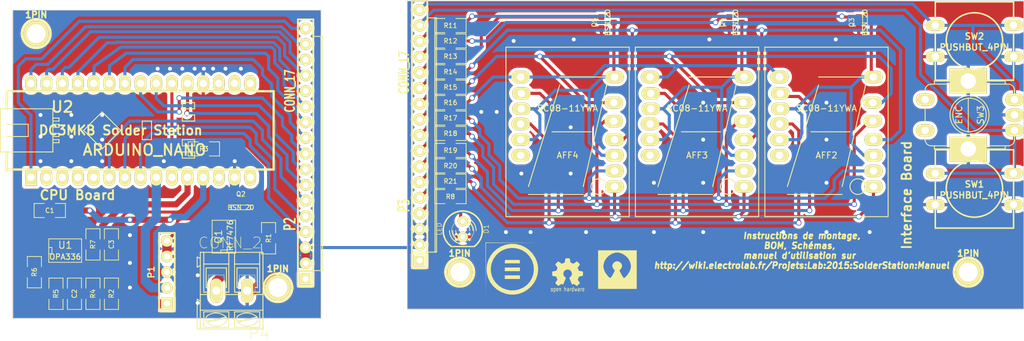
<source format=kicad_pcb>
(kicad_pcb (version 20221018) (generator pcbnew)
  (layers (0 "F.Cu" signal "Dessus.Cu") (31 "B.Cu" signal "Dessous.Cu") (34 "B.Paste" user "Dessous.Pate") (35 "F.Paste" user "Dessus.Pate") (36 "B.SilkS" user "Dessous.SilkS") (37 "F.SilkS" user "Dessus.SilkS") (38 "B.Mask" user "Dessous.Masque") (39 "F.Mask" user "Dessus.Masque") (44 "Edge.Cuts" user "Contours.Ci"))
  (net 0 "")
  (net 1 "+12V")
  (net 2 "/A")
  (net 3 "/B")
  (net 4 "/C")
  (net 5 "/D")
  (net 6 "/DP")
  (net 7 "/Dot")
  (net 8 "/E")
  (net 9 "/E1")
  (net 10 "/F")
  (net 11 "/G")
  (net 12 "/K1")
  (net 13 "/K2")
  (net 14 "/K3")
  (net 15 "/L")
  (net 16 "/LED")
  (net 17 "GND")
  (net 18 "N-000001")
  (net 19 "N-0000011")
  (net 20 "N-0000012")
  (net 21 "N-0000013")
  (net 22 "N-0000014")
  (net 23 "N-0000016")
  (net 24 "N-0000017")
  (net 25 "N-0000018")
  (net 26 "N-0000019")
  (net 27 "N-000002")
  (net 28 "N-0000020")
  (net 29 "N-0000025")
  (net 30 "N-0000026")
  (net 31 "N-0000027")
  (net 32 "N-0000028")
  (net 33 "N-0000029")
  (net 34 "N-0000030")
  (net 35 "N-0000031")
  (net 36 "N-0000032")
  (net 37 "N-0000033")
  (net 38 "N-0000034")
  (net 39 "N-0000035")
  (net 40 "N-0000036")
  (net 41 "N-0000037")
  (net 42 "N-0000038")
  (net 43 "N-000004")
  (net 44 "N-0000041")
  (net 45 "N-0000043")
  (net 46 "N-0000044")
  (net 47 "N-000005")
  (net 48 "N-000006")
  (net 49 "N-0000062")
  (net 50 "N-0000063")
  (net 51 "N-0000065")
  (net 52 "N-0000069")
  (net 53 "N-000007")
  (net 54 "N-0000070")
  (net 55 "N-000008")
  (net 56 "N-000009")
  (footprint "SOT23GDS" (layer "F.Cu") (at 248.25 92 90)
    (fp_text reference "Q3")
    (fp_text value "BSN 20")
  )
  (footprint "SOT23GDS" (layer "F.Cu") (at 227.25 92 90)
    (fp_text reference "Q4")
    (fp_text value "BSN 20")
  )
  (footprint "SOT23GDS" (layer "F.Cu") (at 147 122)
    (fp_text reference "Q2")
    (fp_text value "BSN 20")
  )
  (footprint "SO8E" (layer "F.Cu") (at 118.5 129)
    (fp_text reference "U1")
    (fp_text value "OPA336")
  )
  (footprint "SO8E" (layer "F.Cu") (at 144.25 126.75 90)
    (fp_text reference "Q1")
    (fp_text value "IRF7476")
  )
  (footprint "SM1206" (layer "F.Cu") (at 151.5 127 -90)
    (fp_text reference "R1")
    (fp_text value "10k" hide)
  )
  (footprint "SM1206" (layer "F.Cu") (at 141 112.5 180)
    (fp_text reference "R3")
    (fp_text value "1k" hide)
  )
  (footprint "SM1206" (layer "F.Cu") (at 181 112.75)
    (fp_text reference "R19")
    (fp_text value "220" hide)
  )
  (footprint "SM1206" (layer "F.Cu") (at 181 105)
    (fp_text reference "R16")
    (fp_text value "220" hide)
  )
  (footprint "SM1206" (layer "F.Cu") (at 181 92.5)
    (fp_text reference "R11")
    (fp_text value "1k" hide)
  )
  (footprint "SM1206" (layer "F.Cu") (at 181 95)
    (fp_text reference "R12")
    (fp_text value "1k" hide)
  )
  (footprint "SM1206" (layer "F.Cu") (at 181 97.5)
    (fp_text reference "R13")
    (fp_text value "1k" hide)
  )
  (footprint "SM1206" (layer "F.Cu") (at 181 110)
    (fp_text reference "R18")
    (fp_text value "220" hide)
  )
  (footprint "SM1206" (layer "F.Cu") (at 181 115.25)
    (fp_text reference "R20")
    (fp_text value "220" hide)
  )
  (footprint "SM1206" (layer "F.Cu") (at 181 117.75)
    (fp_text reference "R21")
    (fp_text value "220" hide)
  )
  (footprint "SM1206" (layer "F.Cu") (at 181 107.5)
    (fp_text reference "R17")
    (fp_text value "220" hide)
  )
  (footprint "SM1206" (layer "F.Cu") (at 126 136 90)
    (fp_text reference "R2")
    (fp_text value "5k6" hide)
  )
  (footprint "SM1206" (layer "F.Cu") (at 123 136 -90)
    (fp_text reference "R4")
    (fp_text value "100k" hide)
  )
  (footprint "SM1206" (layer "F.Cu") (at 120 136 -90)
    (fp_text reference "C2")
    (fp_text value "10n" hide)
  )
  (footprint "SM1206" (layer "F.Cu") (at 117 136 -90)
    (fp_text reference "R5")
    (fp_text value "100" hide)
  )
  (footprint "SM1206" (layer "F.Cu") (at 113.5 132.5 90)
    (fp_text reference "R6")
    (fp_text value "68" hide)
  )
  (footprint "SM1206" (layer "F.Cu") (at 123 128 90)
    (fp_text reference "R7")
    (fp_text value "5k6" hide)
  )
  (footprint "SM1206" (layer "F.Cu") (at 126 128 -90)
    (fp_text reference "C3")
    (fp_text value "10n" hide)
  )
  (footprint "SM1206" (layer "F.Cu") (at 181 120.25)
    (fp_text reference "R8")
    (fp_text value "220" hide)
  )
  (footprint "SM1206" (layer "F.Cu") (at 116 122.5 180)
    (fp_text reference "C1")
    (fp_text value "100n" hide)
  )
  (footprint "SM1206" (layer "F.Cu") (at 181 100)
    (fp_text reference "R14")
    (fp_text value "220" hide)
  )
  (footprint "SM1206" (layer "F.Cu") (at 181 102.5)
    (fp_text reference "R15")
    (fp_text value "220" hide)
  )
  (footprint "Rotary_Encoder" (layer "F.Cu") (at 265 107 90)
    (fp_text reference "SW3")
    (fp_text value "ENC")
  )
  (footprint "PIN_ARRAY_5x1" (layer "F.Cu") (at 135 132.5 90)
    (fp_text reference "P1")
    (fp_text value "DIN_5" hide)
  )
  (footprint "LED-5MM" (layer "F.Cu") (at 183 125.5 -90)
    (fp_text reference "D1")
    (fp_text value "LED")
  )
  (footprint "Arduino_Nano" (layer "F.Cu") (at 132 109.5)
    (fp_text reference "U2")
    (fp_text value "ARDUINO_NANO")
  )
  (footprint "7_Seg_20mm" (layer "F.Cu") (at 200 111)
    (fp_text reference "AFF4")
    (fp_text value "SC08-11YWA")
  )
  (footprint "7_Seg_20mm" (layer "F.Cu") (at 221 111)
    (fp_text reference "AFF3")
    (fp_text value "SC08-11YWA")
  )
  (footprint "7_Seg_20mm" (layer "F.Cu") (at 242 111)
    (fp_text reference "AFF2")
    (fp_text value "SC08-11YWA")
  )
  (footprint "SIL-17" (layer "F.Cu") (at 176 109 90)
    (fp_text reference "P3")
    (fp_text value "CONN_17")
  )
  (footprint "SIL-17" (layer "F.Cu") (at 157.5 112 90)
    (fp_text reference "P2")
    (fp_text value "CONN_17")
  )
  (footprint "AK300-2" (layer "F.Cu") (at 145.5 135.5 180)
    (fp_text reference "P4")
    (fp_text value "CONN_2")
  )
  (footprint "SOT23GDS" (layer "F.Cu") (at 206.5 92 90)
    (fp_text reference "Q5")
    (fp_text value "BSN 20")
  )
  (footprint "SW_PUSH-12mm" (layer "F.Cu") (at 266 95)
    (fp_text reference "SW2")
    (fp_text value "PUSHBUT_4PIN")
  )
  (footprint "SW_PUSH-12mm" (layer "F.Cu") (at 266 119)
    (fp_text reference "SW1")
    (fp_text value "PUSHBUT_4PIN")
  )
  (footprint "1pin" (layer "F.Cu") (at 153 135)
    (fp_text reference "1PIN")
    (fp_text value "P***" hide)
  )
  (footprint "1pin" (layer "F.Cu") (at 113.8 93.8)
    (fp_text reference "1PIN")
    (fp_text value "P***" hide)
  )
  (footprint "1pin" (layer "F.Cu") (at 182.5 132.5)
    (fp_text reference "1PIN")
    (fp_text value "P***" hide)
  )
  (footprint "1pin" (layer "F.Cu") (at 265 132.5)
    (fp_text reference "1PIN")
    (fp_text value "P***" hide)
  )
  (footprint "LOGO_ElecLab" (layer "F.Cu") (at 191 132)
    (fp_text reference "" hide)
    (fp_text value "" hide)
  )
  (footprint "LOGO_ossw" (layer "F.Cu") (at 208 132)
    (fp_text reference "" hide)
    (fp_text value "" hide)
  )
  (footprint "Logo_silk_OSHW_6x6mm" (layer "F.Cu") (at 200 132.5)
    (fp_text reference "G***" hide)
    (fp_text value "LOGO" hide)
  )
  (gr_line (start 110 140) (end 110 90) (stroke (width 0.1)) (layer "Edge.Cuts"))
  (gr_line (start 110 90) (end 160 90) (stroke (width 0.1)) (layer "Edge.Cuts"))
  (gr_line (start 160 140) (end 110 140) (stroke (width 0.1)) (layer "Edge.Cuts"))
  (gr_line (start 160 90) (end 160 140) (stroke (width 0.1)) (layer "Edge.Cuts"))
  (gr_line (start 174 138.5) (end 174 88.5) (stroke (width 0.1)) (layer "Edge.Cuts"))
  (gr_line (start 274 88.5) (end 274 138.5) (stroke (width 0.1)) (layer "Edge.Cuts"))
  (gr_line (start 274 138.5) (end 174 138.5) (stroke (width 0.1)) (layer "Edge.Cuts"))
  (gr_line (start 174 88.5) (end 274 88.5) (stroke (width 0.1)) (layer "Edge.Cuts"))
  (gr_text "DC3MKB Solder Station" (at 127.5 109.5) (layer "F.SilkS") (effects (font (size 1.5 1.5) (thickness 0.3))))
  (gr_text "CPU Board" (at 120.5 120) (layer "F.SilkS") (effects (font (size 1.5 1.5) (thickness 0.3))))
  (gr_text "Instructions de montage,\nBOM, Schémas, \nmanuel d'utilisation sur \nhttp://wiki.electrolab.fr/Projets:Lab:2015:SolderStation:Manuel\n" (at 238 129) (layer "F.SilkS") (effects (font (size 1 1) (thickness 0.25) italic)))
  (gr_text "Interface Board\n" (at 255 120 90) (layer "F.SilkS") (effects (font (size 1.5 1.5) (thickness 0.3))))
  (segment (start 151.496 128.655) (end 151.5 128.651) (width 0.5) (layer "F.Cu") (net 1))
  (segment (start 150.234 127.385) (end 151.5 128.651) (width 0.5) (layer "F.Cu") (net 1))
  (segment (start 148.964 126.115) (end 150.234 127.385) (width 0.5) (layer "F.Cu") (net 1))
  (segment (start 150.234 127.385) (end 150.115 127.385) (width 0.5) (layer "F.Cu") (net 1))
  (segment (start 150.115 127.385) (end 150 127.5) (width 0.5) (layer "F.Cu") (net 1))
  (segment (start 150 127.5) (end 150 127.385) (width 0.5) (layer "F.Cu") (net 1))
  (segment (start 150 127.385) (end 150.234 127.385) (width 0.5) (layer "F.Cu") (net 1))
  (segment (start 143.0108 133.9892) (end 145.5 131.5) (width 1.5) (layer "F.Cu") (net 1))
  (segment (start 145.5 131.5) (end 150 131.5) (width 1.5) (layer "F.Cu") (net 1))
  (segment (start 150 131.5) (end 151.5 130) (width 1.5) (layer "F.Cu") (net 1))
  (segment (start 151.5 130) (end 151.5 128.651) (width 1.5) (layer "F.Cu") (net 1))
  (segment (start 146.917 127.385) (end 150 127.385) (width 0.5) (layer "F.Cu") (net 1))
  (segment (start 143.0108 135.5) (end 143.0108 133.9892) (width 1.5) (layer "F.Cu") (net 1))
  (segment (start 146.917 128.655) (end 151.496 128.655) (width 0.5) (layer "F.Cu") (net 1))
  (segment (start 146.917 126.115) (end 148.964 126.115) (width 0.5) (layer "F.Cu") (net 1))
  (segment (start 184.5 104.25) (end 183.75 105) (width 0.5) (layer "F.Cu") (net 2))
  (segment (start 183.75 105) (end 182.651 105) (width 0.5) (layer "F.Cu") (net 2))
  (via (at 184.5 104.25) (size 0.889) (drill 0.635) (layers "F.Cu" "B.Cu") (net 2))
  (segment (start 204.16 100.84) (end 206 99) (width 0.5) (layer "B.Cu") (net 2))
  (segment (start 206 99) (end 217.5 99) (width 0.5) (layer "B.Cu") (net 2))
  (segment (start 232.54 99) (end 234.38 100.84) (width 0.5) (layer "B.Cu") (net 2))
  (segment (start 216.16 100.84) (end 218 99) (width 0.5) (layer "B.Cu") (net 2))
  (segment (start 218 99) (end 217.5 99) (width 0.5) (layer "B.Cu") (net 2))
  (segment (start 217.5 99) (end 232.54 99) (width 0.5) (layer "B.Cu") (net 2))
  (segment (start 187.91 100.84) (end 184.5 104.25) (width 0.5) (layer "B.Cu") (net 2))
  (segment (start 213.38 100.84) (end 216.16 100.84) (width 0.5) (layer "B.Cu") (net 2))
  (segment (start 192.38 100.84) (end 204.16 100.84) (width 0.5) (layer "B.Cu") (net 2))
  (segment (start 192.38 100.84) (end 187.91 100.84) (width 0.5) (layer "B.Cu") (net 2))
  (segment (start 184.5 101.5) (end 183.5 102.5) (width 0.5) (layer "F.Cu") (net 3))
  (segment (start 183.5 102.5) (end 182.651 102.5) (width 0.5) (layer "F.Cu") (net 3))
  (segment (start 224 105) (end 216.5 97.5) (width 0.5) (layer "F.Cu") (net 3))
  (segment (start 203 105) (end 195.5 97.5) (width 0.5) (layer "F.Cu") (net 3))
  (segment (start 228.5 105) (end 224 105) (width 0.5) (layer "F.Cu") (net 3))
  (segment (start 207.5 105) (end 203 105) (width 0.5) (layer "F.Cu") (net 3))
  (via (at 195.5 97.5) (size 0.889) (drill 0.635) (layers "F.Cu" "B.Cu") (net 3))
  (via (at 216.5 97.5) (size 0.889) (drill 0.635) (layers "F.Cu" "B.Cu") (net 3))
  (via (at 184.5 101.5) (size 0.889) (drill 0.635) (layers "F.Cu" "B.Cu") (net 3))
  (segment (start 188.5 97.5) (end 184.5 101.5) (width 0.5) (layer "B.Cu") (net 3))
  (segment (start 216.5 97.5) (end 195.5 97.5) (width 0.5) (layer "B.Cu") (net 3))
  (segment (start 195.5 97.5) (end 188.5 97.5) (width 0.5) (layer "B.Cu") (net 3))
  (segment (start 250.5 97.5) (end 252.5 99.5) (width 0.5) (layer "B.Cu") (net 3))
  (segment (start 252.5 99.5) (end 252.5 103.5) (width 0.5) (layer "B.Cu") (net 3))
  (segment (start 252.5 103.5) (end 251 105) (width 0.5) (layer "B.Cu") (net 3))
  (segment (start 251 105) (end 249.5 105) (width 0.5) (layer "B.Cu") (net 3))
  (segment (start 216.5 97.5) (end 250.5 97.5) (width 0.5) (layer "B.Cu") (net 3))
  (segment (start 184.5 99) (end 183.5 100) (width 0.5) (layer "F.Cu") (net 4))
  (segment (start 183.5 100) (end 182.651 100) (width 0.5) (layer "F.Cu") (net 4))
  (segment (start 209 111) (end 210.5 109.5) (width 0.5) (layer "F.Cu") (net 4))
  (segment (start 210.5 109.5) (end 210.5 93.25) (width 0.5) (layer "F.Cu") (net 4))
  (segment (start 229.75 111) (end 231.5 109.25) (width 0.5) (layer "F.Cu") (net 4))
  (segment (start 231.5 109.25) (end 231.5 93.25) (width 0.5) (layer "F.Cu") (net 4))
  (segment (start 207.62 111) (end 209 111) (width 0.5) (layer "F.Cu") (net 4))
  (segment (start 228.62 111) (end 229.75 111) (width 0.5) (layer "F.Cu") (net 4))
  (via (at 210.5 93.25) (size 0.889) (drill 0.635) (layers "F.Cu" "B.Cu") (net 4))
  (via (at 184.5 99) (size 0.889) (drill 0.635) (layers "F.Cu" "B.Cu") (net 4))
  (via (at 231.5 93.25) (size 0.889) (drill 0.635) (layers "F.Cu" "B.Cu") (net 4))
  (segment (start 190.25 93.25) (end 184.5 99) (width 0.5) (layer "B.Cu") (net 4))
  (segment (start 210.5 93.25) (end 190.25 93.25) (width 0.5) (layer "B.Cu") (net 4))
  (segment (start 231.5 93.25) (end 231.5 93.5) (width 0.5) (layer "B.Cu") (net 4))
  (segment (start 231.5 93.5) (end 231.5 93.25) (width 0.5) (layer "B.Cu") (net 4))
  (segment (start 231.5 93.25) (end 210.5 93.25) (width 0.5) (layer "B.Cu") (net 4))
  (segment (start 250.75 93.25) (end 254 96.5) (width 0.5) (layer "B.Cu") (net 4))
  (segment (start 254 96.5) (end 254 109.5) (width 0.5) (layer "B.Cu") (net 4))
  (segment (start 254 109.5) (end 252.5 111) (width 0.5) (layer "B.Cu") (net 4))
  (segment (start 252.5 111) (end 249.62 111) (width 0.5) (layer "B.Cu") (net 4))
  (segment (start 231.5 93.25) (end 250.75 93.25) (width 0.5) (layer "B.Cu") (net 4))
  (segment (start 184 107.5) (end 184.5 108) (width 0.5) (layer "F.Cu") (net 5))
  (segment (start 182.651 107.5) (end 184 107.5) (width 0.5) (layer "F.Cu") (net 5))
  (via (at 184.5 108) (size 0.889) (drill 0.635) (layers "F.Cu" "B.Cu") (net 5))
  (via (at 207.62 116.08) (size 0.889) (drill 0.635) (layers "F.Cu" "B.Cu") (net 5))
  (via (at 224.5 120.5) (size 0.889) (drill 0.635) (layers "F.Cu" "B.Cu") (net 5))
  (via (at 203.5 120.5) (size 0.889) (drill 0.635) (layers "F.Cu" "B.Cu") (net 5))
  (segment (start 184.5 108) (end 185.75 109.25) (width 0.5) (layer "B.Cu") (net 5))
  (segment (start 185.75 109.25) (end 185.75 110.25) (width 0.5) (layer "B.Cu") (net 5))
  (segment (start 185.75 110.25) (end 187.25 111.75) (width 0.5) (layer "B.Cu") (net 5))
  (segment (start 187.25 111.75) (end 187.25 113.5) (width 0.5) (layer "B.Cu") (net 5))
  (segment (start 187.25 113.5) (end 189 115.25) (width 0.5) (layer "B.Cu") (net 5))
  (segment (start 189 115.25) (end 189 117.5) (width 0.5) (layer "B.Cu") (net 5))
  (segment (start 189 117.5) (end 192 120.5) (width 0.5) (layer "B.Cu") (net 5))
  (segment (start 192 120.5) (end 240.25 120.5) (width 0.5) (layer "B.Cu") (net 5))
  (segment (start 225.92 116.08) (end 224.5 117.5) (width 0.5) (layer "B.Cu") (net 5))
  (segment (start 224.5 117.5) (end 224.5 120.5) (width 0.5) (layer "B.Cu") (net 5))
  (segment (start 204.67 116.08) (end 203.5 117.25) (width 0.5) (layer "B.Cu") (net 5))
  (segment (start 203.5 117.25) (end 203.5 120.5) (width 0.5) (layer "B.Cu") (net 5))
  (segment (start 241.75 120.5) (end 243.25 119) (width 0.5) (layer "B.Cu") (net 5))
  (segment (start 243.25 119) (end 243.25 117.5) (width 0.5) (layer "B.Cu") (net 5))
  (segment (start 243.25 117.5) (end 244.67 116.08) (width 0.5) (layer "B.Cu") (net 5))
  (segment (start 244.67 116.08) (end 249.62 116.08) (width 0.5) (layer "B.Cu") (net 5))
  (segment (start 240.25 120.5) (end 241.75 120.5) (width 0.5) (layer "B.Cu") (net 5))
  (segment (start 228.62 116.08) (end 225.92 116.08) (width 0.5) (layer "B.Cu") (net 5))
  (segment (start 207.62 116.08) (end 204.67 116.08) (width 0.5) (layer "B.Cu") (net 5))
  (segment (start 184 115.25) (end 184.5 115.75) (width 0.5) (layer "F.Cu") (net 6))
  (segment (start 207.62 123.37) (end 207.75 123.5) (width 0.5) (layer "F.Cu") (net 6))
  (segment (start 228.62 122.63) (end 227.75 123.5) (width 0.5) (layer "F.Cu") (net 6))
  (segment (start 249.62 121.13) (end 247.25 123.5) (width 0.5) (layer "F.Cu") (net 6))
  (segment (start 249.62 118.62) (end 249.62 121.13) (width 0.5) (layer "F.Cu") (net 6))
  (segment (start 228.62 118.62) (end 228.62 122.63) (width 0.5) (layer "F.Cu") (net 6))
  (segment (start 207.62 118.62) (end 207.62 123.37) (width 0.5) (layer "F.Cu") (net 6))
  (segment (start 182.651 115.25) (end 184 115.25) (width 0.5) (layer "F.Cu") (net 6))
  (via (at 184.5 115.75) (size 0.889) (drill 0.635) (layers "F.Cu" "B.Cu") (net 6))
  (via (at 247.25 123.5) (size 0.889) (drill 0.635) (layers "F.Cu" "B.Cu") (net 6))
  (via (at 227.75 123.5) (size 0.889) (drill 0.635) (layers "F.Cu" "B.Cu") (net 6))
  (via (at 207.75 123.5) (size 0.889) (drill 0.635) (layers "F.Cu" "B.Cu") (net 6))
  (segment (start 184.5 115.75) (end 186 117.25) (width 0.5) (layer "B.Cu") (net 6))
  (segment (start 186 117.25) (end 186 118.75) (width 0.5) (layer "B.Cu") (net 6))
  (segment (start 186 118.75) (end 190.75 123.5) (width 0.5) (layer "B.Cu") (net 6))
  (segment (start 190.75 123.5) (end 204.75 123.5) (width 0.5) (layer "B.Cu") (net 6))
  (segment (start 207.75 123.5) (end 227.25 123.5) (width 0.5) (layer "B.Cu") (net 6))
  (segment (start 227.75 123.5) (end 247.25 123.5) (width 0.5) (layer "B.Cu") (net 6))
  (segment (start 227.25 123.5) (end 227.75 123.5) (width 0.5) (layer "B.Cu") (net 6))
  (segment (start 204.75 123.5) (end 207.75 123.5) (width 0.5) (layer "B.Cu") (net 6))
  (segment (start 157.39 120.89) (end 153.5 117) (width 0.5) (layer "B.Cu") (net 7))
  (segment (start 153.5 117) (end 153.5 114) (width 0.5) (layer "B.Cu") (net 7))
  (segment (start 153.5 114) (end 150.5 111) (width 0.5) (layer "B.Cu") (net 7))
  (segment (start 150.5 111) (end 150.5 109.5) (width 0.5) (layer "B.Cu") (net 7))
  (segment (start 150.5 109.5) (end 149 108) (width 0.5) (layer "B.Cu") (net 7))
  (segment (start 149 108) (end 129 108) (width 0.5) (layer "B.Cu") (net 7))
  (segment (start 129 108) (end 125.65 111.35) (width 0.5) (layer "B.Cu") (net 7))
  (segment (start 125.65 111.35) (end 125.65 117.12) (width 0.5) (layer "B.Cu") (net 7))
  (segment (start 157.5 120.89) (end 157.39 120.89) (width 0.5) (layer "B.Cu") (net 7))
  (segment (start 237.5 124.5) (end 237.5 109.5) (width 0.5) (layer "F.Cu") (net 8))
  (segment (start 237.5 109.5) (end 236.46 108.46) (width 0.5) (layer "F.Cu") (net 8))
  (segment (start 236.46 108.46) (end 234.38 108.46) (width 0.5) (layer "F.Cu") (net 8))
  (segment (start 193.96 108.46) (end 197 111.5) (width 0.5) (layer "F.Cu") (net 8))
  (segment (start 197 111.5) (end 197 124.5) (width 0.5) (layer "F.Cu") (net 8))
  (segment (start 215.46 108.46) (end 217.5 110.5) (width 0.5) (layer "F.Cu") (net 8))
  (segment (start 217.5 110.5) (end 217.5 124.5) (width 0.5) (layer "F.Cu") (net 8))
  (segment (start 184.75 118.25) (end 184.25 117.75) (width 0.5) (layer "F.Cu") (net 8))
  (segment (start 184.25 117.75) (end 182.651 117.75) (width 0.5) (layer "F.Cu") (net 8))
  (segment (start 213.38 108.46) (end 215.46 108.46) (width 0.5) (layer "F.Cu") (net 8))
  (segment (start 192.38 108.46) (end 193.96 108.46) (width 0.5) (layer "F.Cu") (net 8))
  (via (at 217.5 124.5) (size 0.889) (drill 0.635) (layers "F.Cu" "B.Cu") (net 8))
  (via (at 197 124.5) (size 0.889) (drill 0.635) (layers "F.Cu" "B.Cu") (net 8))
  (via (at 237.5 124.5) (size 0.889) (drill 0.635) (layers "F.Cu" "B.Cu") (net 8))
  (via (at 184.75 118.25) (size 0.889) (drill 0.635) (layers "F.Cu" "B.Cu") (net 8))
  (segment (start 197 124.5) (end 217.5 124.5) (width 0.5) (layer "B.Cu") (net 8))
  (segment (start 217.5 124.5) (end 237.5 124.5) (width 0.5) (layer "B.Cu") (net 8))
  (segment (start 190.25 124.5) (end 184.75 119) (width 0.5) (layer "B.Cu") (net 8))
  (segment (start 184.75 119) (end 184.75 118.25) (width 0.5) (layer "B.Cu") (net 8))
  (segment (start 197 124.5) (end 190.25 124.5) (width 0.5) (layer "B.Cu") (net 8))
  (segment (start 156.93 123.43) (end 152.5 119) (width 0.5) (layer "B.Cu") (net 9))
  (segment (start 152.5 119) (end 152.5 114.5) (width 0.5) (layer "B.Cu") (net 9))
  (segment (start 152.5 114.5) (end 149.5 111.5) (width 0.5) (layer "B.Cu") (net 9))
  (segment (start 149.5 111.5) (end 149.5 110) (width 0.5) (layer "B.Cu") (net 9))
  (segment (start 149.5 110) (end 148.5 109) (width 0.5) (layer "B.Cu") (net 9))
  (segment (start 148.5 109) (end 130 109) (width 0.5) (layer "B.Cu") (net 9))
  (segment (start 130 109) (end 128.19 110.81) (width 0.5) (layer "B.Cu") (net 9))
  (segment (start 128.19 110.81) (end 128.19 117.12) (width 0.5) (layer "B.Cu") (net 9))
  (segment (start 157.5 123.43) (end 156.93 123.43) (width 0.5) (layer "B.Cu") (net 9))
  (segment (start 183.5 112.75) (end 184.5 113.75) (width 0.5) (layer "F.Cu") (net 10))
  (segment (start 239.25 122.5) (end 239.25 105.75) (width 0.5) (layer "F.Cu") (net 10))
  (segment (start 239.25 105.75) (end 237.5 104) (width 0.5) (layer "F.Cu") (net 10))
  (segment (start 237.5 104) (end 235 104) (width 0.5) (layer "F.Cu") (net 10))
  (segment (start 235 104) (end 234.5 103.5) (width 0.5) (layer "F.Cu") (net 10))
  (segment (start 215.75 103.5) (end 218.75 106.5) (width 0.5) (layer "F.Cu") (net 10))
  (segment (start 218.75 106.5) (end 218.75 122.5) (width 0.5) (layer "F.Cu") (net 10))
  (segment (start 195.5 103.5) (end 198.5 106.5) (width 0.5) (layer "F.Cu") (net 10))
  (segment (start 198.5 106.5) (end 198.5 122.5) (width 0.5) (layer "F.Cu") (net 10))
  (segment (start 182.651 112.75) (end 183.5 112.75) (width 0.5) (layer "F.Cu") (net 10))
  (segment (start 192.5 103.5) (end 195.5 103.5) (width 0.5) (layer "F.Cu") (net 10))
  (segment (start 213.5 103.5) (end 215.75 103.5) (width 0.5) (layer "F.Cu") (net 10))
  (via (at 184.5 113.75) (size 0.889) (drill 0.635) (layers "F.Cu" "B.Cu") (net 10))
  (via (at 218.75 122.5) (size 0.889) (drill 0.635) (layers "F.Cu" "B.Cu") (net 10))
  (via (at 239.25 122.5) (size 0.889) (drill 0.635) (layers "F.Cu" "B.Cu") (net 10))
  (via (at 198.5 122.5) (size 0.889) (drill 0.635) (layers "F.Cu" "B.Cu") (net 10))
  (segment (start 184.5 113.75) (end 187 116.25) (width 0.5) (layer "B.Cu") (net 10))
  (segment (start 187 116.25) (end 187 118.5) (width 0.5) (layer "B.Cu") (net 10))
  (segment (start 187 118.5) (end 191 122.5) (width 0.5) (layer "B.Cu") (net 10))
  (segment (start 191 122.5) (end 198.5 122.5) (width 0.5) (layer "B.Cu") (net 10))
  (segment (start 218.75 122.5) (end 239.25 122.5) (width 0.5) (layer "B.Cu") (net 10))
  (segment (start 198.5 122.5) (end 218.75 122.5) (width 0.5) (layer "B.Cu") (net 10))
  (segment (start 184 110) (end 184.5 110.5) (width 0.5) (layer "F.Cu") (net 11))
  (segment (start 246.5 121.5) (end 246.5 110.5) (width 0.5) (layer "F.Cu") (net 11))
  (segment (start 246.5 110.5) (end 249 108) (width 0.5) (layer "F.Cu") (net 11))
  (segment (start 249 108) (end 249.5 108) (width 0.5) (layer "F.Cu") (net 11))
  (segment (start 225.75 110) (end 225.75 121.5) (width 0.5) (layer "F.Cu") (net 11))
  (segment (start 225.75 110) (end 227.75 108) (width 0.5) (layer "F.Cu") (net 11))
  (segment (start 228.5 108) (end 227.75 108) (width 0.5) (layer "F.Cu") (net 11))
  (segment (start 204.75 109.25) (end 204.75 121.5) (width 0.5) (layer "F.Cu") (net 11))
  (segment (start 204.75 109.25) (end 206 108) (width 0.5) (layer "F.Cu") (net 11))
  (segment (start 207.5 108) (end 206 108) (width 0.5) (layer "F.Cu") (net 11))
  (segment (start 182.651 110) (end 184 110) (width 0.5) (layer "F.Cu") (net 11))
  (via (at 246.5 121.5) (size 0.889) (drill 0.635) (layers "F.Cu" "B.Cu") (net 11))
  (via (at 225.75 121.5) (size 0.889) (drill 0.635) (layers "F.Cu" "B.Cu") (net 11))
  (via (at 204.75 121.5) (size 0.889) (drill 0.635) (layers "F.Cu" "B.Cu") (net 11))
  (via (at 184.5 110.5) (size 0.889) (drill 0.635) (layers "F.Cu" "B.Cu") (net 11))
  (segment (start 184.5 110.5) (end 186.25 112.25) (width 0.5) (layer "B.Cu") (net 11))
  (segment (start 186.25 112.25) (end 186.25 113.75) (width 0.5) (layer "B.Cu") (net 11))
  (segment (start 186.25 113.75) (end 188 115.5) (width 0.5) (layer "B.Cu") (net 11))
  (segment (start 188 115.5) (end 188 118.25) (width 0.5) (layer "B.Cu") (net 11))
  (segment (start 188 118.25) (end 191.25 121.5) (width 0.5) (layer "B.Cu") (net 11))
  (segment (start 191.25 121.5) (end 204.75 121.5) (width 0.5) (layer "B.Cu") (net 11))
  (segment (start 225.75 121.5) (end 246.5 121.5) (width 0.5) (layer "B.Cu") (net 11))
  (segment (start 204.75 121.5) (end 225.75 121.5) (width 0.5) (layer "B.Cu") (net 11))
  (segment (start 183 92.5) (end 184.5 91) (width 0.5) (layer "F.Cu") (net 12))
  (segment (start 244.5 91) (end 244.611 91.111) (width 0.5) (layer "F.Cu") (net 12))
  (segment (start 244.611 91.111) (end 247.234 91.111) (width 0.5) (layer "F.Cu") (net 12))
  (segment (start 182.651 92.5) (end 183 92.5) (width 0.5) (layer "F.Cu") (net 12))
  (via (at 244.5 91) (size 0.889) (drill 0.635) (layers "F.Cu" "B.Cu") (net 12))
  (via (at 184.5 91) (size 0.889) (drill 0.635) (layers "F.Cu" "B.Cu") (net 12))
  (segment (start 184.5 91) (end 244.5 91) (width 0.5) (layer "B.Cu") (net 12))
  (segment (start 224.889 91.111) (end 224 92) (width 0.5) (layer "F.Cu") (net 13))
  (segment (start 184.5 95) (end 182.651 95) (width 0.5) (layer "F.Cu") (net 13))
  (segment (start 226.234 91.111) (end 224.889 91.111) (width 0.5) (layer "F.Cu") (net 13))
  (via (at 184.5 95) (size 0.889) (drill 0.635) (layers "F.Cu" "B.Cu") (net 13))
  (via (at 224 92) (size 0.889) (drill 0.635) (layers "F.Cu" "B.Cu") (net 13))
  (segment (start 224 92) (end 190 92) (width 0.5) (layer "B.Cu") (net 13))
  (segment (start 190 92) (end 187 95) (width 0.5) (layer "B.Cu") (net 13))
  (segment (start 187 95) (end 184.5 95) (width 0.5) (layer "B.Cu") (net 13))
  (segment (start 188.889 91.111) (end 186 94) (width 0.5) (layer "F.Cu") (net 14))
  (segment (start 186 94) (end 186 96) (width 0.5) (layer "F.Cu") (net 14))
  (segment (start 186 96) (end 184.5 97.5) (width 0.5) (layer "F.Cu") (net 14))
  (segment (start 184.5 97.5) (end 182.651 97.5) (width 0.5) (layer "F.Cu") (net 14))
  (segment (start 205.484 91.111) (end 188.889 91.111) (width 0.5) (layer "F.Cu") (net 14))
  (segment (start 156.97 125.97) (end 151.5 120.5) (width 0.5) (layer "B.Cu") (net 15))
  (segment (start 151.5 120.5) (end 151.5 115) (width 0.5) (layer "B.Cu") (net 15))
  (segment (start 151.5 115) (end 148.5 112) (width 0.5) (layer "B.Cu") (net 15))
  (segment (start 148.5 112) (end 148.5 111) (width 0.5) (layer "B.Cu") (net 15))
  (segment (start 148.5 111) (end 147.5 110) (width 0.5) (layer "B.Cu") (net 15))
  (segment (start 147.5 110) (end 132.5 110) (width 0.5) (layer "B.Cu") (net 15))
  (segment (start 132.5 110) (end 130.73 111.77) (width 0.5) (layer "B.Cu") (net 15))
  (segment (start 130.73 111.77) (end 130.73 117.12) (width 0.5) (layer "B.Cu") (net 15))
  (segment (start 157.5 125.97) (end 156.97 125.97) (width 0.5) (layer "B.Cu") (net 15))
  (segment (start 182.651 123.881) (end 183 124.23) (width 0.5) (layer "F.Cu") (net 16))
  (segment (start 182.651 120.25) (end 182.651 123.881) (width 0.5) (layer "F.Cu") (net 16))
  (segment (start 140.89 99.61) (end 141 99.5) (width 0.5) (layer "F.Cu") (net 17))
  (segment (start 139.5 99.5) (end 137.5 99.5) (width 0.5) (layer "F.Cu") (net 17))
  (segment (start 135.5 99.5) (end 133.5 99.5) (width 0.5) (layer "F.Cu") (net 17))
  (segment (start 142.5 99.5) (end 144.5 99.5) (width 0.5) (layer "F.Cu") (net 17))
  (segment (start 146 114.5) (end 134.5 114.5) (width 0.5) (layer "F.Cu") (net 17))
  (segment (start 119.5 114.5) (end 114.5 114.5) (width 0.5) (layer "F.Cu") (net 17))
  (segment (start 114.5 110.5) (end 119.5 110.5) (width 0.5) (layer "F.Cu") (net 17))
  (segment (start 124.5 111) (end 124.5 107) (width 0.5) (layer "F.Cu") (net 17))
  (segment (start 119.5 107) (end 114.5 107) (width 0.5) (layer "F.Cu") (net 17))
  (segment (start 177.28 126.77) (end 176 128.05) (width 0.5) (layer "F.Cu") (net 17))
  (segment (start 177.26 126.77) (end 176 125.51) (width 0.5) (layer "F.Cu") (net 17))
  (segment (start 185.48 126.77) (end 188.5 123.75) (width 0.5) (layer "F.Cu") (net 17))
  (segment (start 188.5 123.75) (end 188.5 116.5) (width 0.5) (layer "F.Cu") (net 17))
  (segment (start 188.5 97.75) (end 191.25 95) (width 0.5) (layer "F.Cu") (net 17))
  (segment (start 243.5 94.75) (end 245.361 92.889) (width 0.5) (layer "F.Cu") (net 17))
  (segment (start 245.361 92.889) (end 247.234 92.889) (width 0.5) (layer "F.Cu") (net 17))
  (segment (start 224.861 92.889) (end 223 94.75) (width 0.5) (layer "F.Cu") (net 17))
  (segment (start 202.861 92.889) (end 201 94.75) (width 0.5) (layer "F.Cu") (net 17))
  (segment (start 188.5 106.5) (end 188.5 97.75) (width 0.5) (layer "F.Cu") (net 17))
  (segment (start 188.5 116.5) (end 188.5 106.5) (width 0.5) (layer "F.Cu") (net 17))
  (segment (start 200.5 116.5) (end 200.5 109) (width 0.5) (layer "F.Cu") (net 17))
  (segment (start 140 133) (end 140 137.5) (width 1.5) (layer "F.Cu") (net 17))
  (segment (start 131.5 132.5) (end 129 135) (width 1.5) (layer "F.Cu") (net 17))
  (segment (start 129 131) (end 129 126.5) (width 1.5) (layer "F.Cu") (net 17))
  (segment (start 155.49 128.51) (end 153.5 130.5) (width 1.5) (layer "F.Cu") (net 17))
  (segment (start 153.5 130.5) (end 153.5 131) (width 1.5) (layer "F.Cu") (net 17))
  (segment (start 153.5 131) (end 149 135.5) (width 1.5) (layer "F.Cu") (net 17))
  (segment (start 149 135.5) (end 148.0146 135.5) (width 1.5) (layer "F.Cu") (net 17))
  (segment (start 185 126.77) (end 185.48 126.77) (width 0.5) (layer "F.Cu") (net 17))
  (segment (start 189.23 126.77) (end 190 126) (width 0.5) (layer "F.Cu") (net 17))
  (segment (start 194 126) (end 203 126) (width 0.5) (layer "F.Cu") (net 17))
  (segment (start 214 126) (end 222 126) (width 0.5) (layer "F.Cu") (net 17))
  (segment (start 235 126) (end 242 126) (width 0.5) (layer "F.Cu") (net 17))
  (segment (start 242 111) (end 242 105) (width 0.5) (layer "F.Cu") (net 17))
  (segment (start 222 111) (end 222 105) (width 0.5) (layer "F.Cu") (net 17))
  (segment (start 226.234 92.889) (end 224.861 92.889) (width 0.5) (layer "F.Cu") (net 17))
  (segment (start 222 126) (end 222 118) (width 0.5) (layer "F.Cu") (net 17))
  (segment (start 134.5 114.5) (end 124.5 114.5) (width 0.5) (layer "F.Cu") (net 17))
  (segment (start 183 126.77) (end 177.28 126.77) (width 0.5) (layer "F.Cu") (net 17))
  (segment (start 157.5 128.51) (end 157.5 131.05) (width 1.5) (layer "F.Cu") (net 17))
  (segment (start 185 126.77) (end 189.23 126.77) (width 0.5) (layer "F.Cu") (net 17))
  (segment (start 188.5 116.5) (end 192.5 116.5) (width 0.5) (layer "F.Cu") (net 17))
  (segment (start 177.28 126.77) (end 177.26 126.77) (width 0.5) (layer "F.Cu") (net 17))
  (segment (start 205.484 92.889) (end 202.861 92.889) (width 0.5) (layer "F.Cu") (net 17))
  (segment (start 242 126) (end 242 118) (width 0.5) (layer "F.Cu") (net 17))
  (segment (start 135 132.5) (end 131.5 132.5) (width 1.5) (layer "F.Cu") (net 17))
  (segment (start 140.89 101.88) (end 140.89 99.61) (width 0.5) (layer "F.Cu") (net 17))
  (segment (start 157.5 128.51) (end 155.49 128.51) (width 1.5) (layer "F.Cu") (net 17))
  (segment (start 214 126) (end 214 118) (width 0.5) (layer "F.Cu") (net 17))
  (segment (start 183 126.77) (end 185 126.77) (width 0.5) (layer "F.Cu") (net 17))
  (via (at 222 126) (size 0.889) (drill 0.635) (layers "F.Cu" "B.Cu") (net 17))
  (via (at 135.5 99.5) (size 0.889) (drill 0.635) (layers "F.Cu" "B.Cu") (net 17))
  (via (at 186 106.5) (size 0.889) (drill 0.635) (layers "F.Cu" "B.Cu") (net 17))
  (via (at 222 118) (size 0.889) (drill 0.635) (layers "F.Cu" "B.Cu") (net 17))
  (via (at 114.5 110.5) (size 0.889) (drill 0.635) (layers "F.Cu" "B.Cu") (net 17))
  (via (at 191.25 95) (size 0.889) (drill 0.635) (layers "F.Cu" "B.Cu") (net 17))
  (via (at 214 126) (size 0.889) (drill 0.635) (layers "F.Cu" "B.Cu") (net 17))
  (via (at 201 94.75) (size 0.889) (drill 0.635) (layers "F.Cu" "B.Cu") (net 17))
  (via (at 222 111) (size 0.889) (drill 0.635) (layers "F.Cu" "B.Cu") (net 17))
  (via (at 194 126) (size 0.889) (drill 0.635) (layers "F.Cu" "B.Cu") (net 17))
  (via (at 249 126) (size 0.889) (drill 0.635) (layers "F.Cu" "B.Cu") (net 17))
  (via (at 129 126.5) (size 0.889) (drill 0.635) (layers "F.Cu" "B.Cu") (net 17))
  (via (at 203 126) (size 0.889) (drill 0.635) (layers "F.Cu" "B.Cu") (net 17))
  (via (at 142.5 99.5) (size 0.889) (drill 0.635) (layers "F.Cu" "B.Cu") (net 17))
  (via (at 140 137.5) (size 0.889) (drill 0.635) (layers "F.Cu" "B.Cu") (net 17))
  (via (at 242 126) (size 0.889) (drill 0.635) (layers "F.Cu" "B.Cu") (net 17))
  (via (at 129 131) (size 0.889) (drill 0.635) (layers "F.Cu" "B.Cu") (net 17))
  (via (at 222 105) (size 0.889) (drill 0.635) (layers "F.Cu" "B.Cu") (net 17))
  (via (at 200.5 116.5) (size 0.889) (drill 0.635) (layers "F.Cu" "B.Cu") (net 17))
  (via (at 188.5 106.5) (size 0.889) (drill 0.635) (layers "F.Cu" "B.Cu") (net 17))
  (via (at 223 94.75) (size 0.889) (drill 0.635) (layers "F.Cu" "B.Cu") (net 17))
  (via (at 124.5 114.5) (size 0.889) (drill 0.635) (layers "F.Cu" "B.Cu") (net 17))
  (via (at 214 118) (size 0.889) (drill 0.635) (layers "F.Cu" "B.Cu") (net 17))
  (via (at 144.5 99.5) (size 0.889) (drill 0.635) (layers "F.Cu" "B.Cu") (net 17))
  (via (at 242 118) (size 0.889) (drill 0.635) (layers "F.Cu" "B.Cu") (net 17))
  (via (at 119.5 107) (size 0.889) (drill 0.635) (layers "F.Cu" "B.Cu") (net 17))
  (via (at 114.5 107) (size 0.889) (drill 0.635) (layers "F.Cu" "B.Cu") (net 17))
  (via (at 140 133) (size 0.889) (drill 0.635) (layers "F.Cu" "B.Cu") (net 17))
  (via (at 119.5 110.5) (size 0.889) (drill 0.635) (layers "F.Cu" "B.Cu") (net 17))
  (via (at 124.5 111) (size 0.889) (drill 0.635) (layers "F.Cu" "B.Cu") (net 17))
  (via (at 192.5 116.5) (size 0.889) (drill 0.635) (layers "F.Cu" "B.Cu") (net 17))
  (via (at 147 99.5) (size 0.889) (drill 0.635) (layers "F.Cu" "B.Cu") (net 17))
  (via (at 114.5 114.5) (size 0.889) (drill 0.635) (layers "F.Cu" "B.Cu") (net 17))
  (via (at 242 111) (size 0.889) (drill 0.635) (layers "F.Cu" "B.Cu") (net 17))
  (via (at 133.5 99.5) (size 0.889) (drill 0.635) (layers "F.Cu" "B.Cu") (net 17))
  (via (at 146 114.5) (size 0.889) (drill 0.635) (layers "F.Cu" "B.Cu") (net 17))
  (via (at 190 126) (size 0.889) (drill 0.635) (layers "F.Cu" "B.Cu") (net 17))
  (via (at 243.5 94.75) (size 0.889) (drill 0.635) (layers "F.Cu" "B.Cu") (net 17))
  (via (at 137.5 99.5) (size 0.889) (drill 0.635) (layers "F.Cu" "B.Cu") (net 17))
  (via (at 139.5 99.5) (size 0.889) (drill 0.635) (layers "F.Cu" "B.Cu") (net 17))
  (via (at 129 135) (size 0.889) (drill 0.635) (layers "F.Cu" "B.Cu") (net 17))
  (via (at 141 99.5) (size 0.889) (drill 0.635) (layers "F.Cu" "B.Cu") (net 17))
  (via (at 242 105) (size 0.889) (drill 0.635) (layers "F.Cu" "B.Cu") (net 17))
  (via (at 200.5 109) (size 0.889) (drill 0.635) (layers "F.Cu" "B.Cu") (net 17))
  (via (at 235 126) (size 0.889) (drill 0.635) (layers "F.Cu" "B.Cu") (net 17))
  (via (at 119.5 114.5) (size 0.889) (drill 0.635) (layers "F.Cu" "B.Cu") (net 17))
  (via (at 134.5 114.5) (size 0.889) (drill 0.635) (layers "F.Cu" "B.Cu") (net 17))
  (via (at 124.5 107) (size 0.889) (drill 0.635) (layers "F.Cu" "B.Cu") (net 17))
  (segment (start 150.55 131.05) (end 146.75 127.25) (width 1.5) (layer "B.Cu") (net 17))
  (segment (start 145.97 126.47) (end 145.97 117.12) (width 1.5) (layer "B.Cu") (net 17))
  (segment (start 141 99.5) (end 139.5 99.5) (width 0.5) (layer "B.Cu") (net 17))
  (segment (start 137.5 99.5) (end 135.5 99.5) (width 0.5) (layer "B.Cu") (net 17))
  (segment (start 133.5 99.5) (end 132 99.5) (width 0.5) (layer "B.Cu") (net 17))
  (segment (start 144.5 99.5) (end 147 99.5) (width 0.5) (layer "B.Cu") (net 17))
  (segment (start 145.97 114.53) (end 146 114.5) (width 0.5) (layer "B.Cu") (net 17))
  (segment (start 124.5 114.5) (end 119.5 114.5) (width 0.5) (layer "B.Cu") (net 17))
  (segment (start 114.5 114.5) (end 114.5 110.5) (width 0.5) (layer "B.Cu") (net 17))
  (segment (start 119.5 110.5) (end 120 111) (width 0.5) (layer "B.Cu") (net 17))
  (segment (start 120 111) (end 124.5 111) (width 0.5) (layer "B.Cu") (net 17))
  (segment (start 124.5 107) (end 119.5 107) (width 0.5) (layer "B.Cu") (net 17))
  (segment (start 191.25 95) (end 191.5 94.75) (width 0.5) (layer "B.Cu") (net 17))
  (segment (start 191.5 94.75) (end 201 94.75) (width 0.5) (layer "B.Cu") (net 17))
  (segment (start 223 94.75) (end 243.5 94.75) (width 0.5) (layer "B.Cu") (net 17))
  (segment (start 201 94.75) (end 223 94.75) (width 0.5) (layer "B.Cu") (net 17))
  (segment (start 175.54 128.51) (end 176 128.05) (width 0.5) (layer "B.Cu") (net 17))
  (segment (start 188.5 106.5) (end 186 106.5) (width 0.5) (layer "B.Cu") (net 17))
  (segment (start 192.5 116.5) (end 200.5 116.5) (width 0.5) (layer "B.Cu") (net 17))
  (segment (start 146.75 127.25) (end 145.97 126.47) (width 1.5) (layer "B.Cu") (net 17))
  (segment (start 145.75 127.25) (end 140 133) (width 1.5) (layer "B.Cu") (net 17))
  (segment (start 129 135) (end 129 131) (width 1.5) (layer "B.Cu") (net 17))
  (segment (start 190 126) (end 194 126) (width 0.5) (layer "B.Cu") (net 17))
  (segment (start 203 126) (end 214 126) (width 0.5) (layer "B.Cu") (net 17))
  (segment (start 222 126) (end 235 126) (width 0.5) (layer "B.Cu") (net 17))
  (segment (start 242 126) (end 249 126) (width 0.5) (layer "B.Cu") (net 17))
  (segment (start 242 118) (end 242 111) (width 0.5) (layer "B.Cu") (net 17))
  (segment (start 222 118) (end 222 111) (width 0.5) (layer "B.Cu") (net 17))
  (segment (start 157.5 128.51) (end 175.54 128.51) (width 0.5) (layer "B.Cu") (net 17))
  (segment (start 141 99.5) (end 142.5 99.5) (width 0.5) (layer "B.Cu") (net 17))
  (segment (start 146.75 127.25) (end 145.75 127.25) (width 1.5) (layer "B.Cu") (net 17))
  (segment (start 145.97 117.12) (end 145.97 114.53) (width 0.5) (layer "B.Cu") (net 17))
  (segment (start 157.5 131.05) (end 150.55 131.05) (width 1.5) (layer "B.Cu") (net 17))
  (segment (start 178.65 100) (end 176 102.65) (width 0.5) (layer "F.Cu") (net 18))
  (segment (start 179.349 100) (end 178.65 100) (width 0.5) (layer "F.Cu") (net 18))
  (segment (start 117.865 122.714) (end 117.651 122.5) (width 0.5) (layer "F.Cu") (net 19))
  (segment (start 129 124) (end 135.5 124) (width 1) (layer "F.Cu") (net 19))
  (segment (start 117.865 126.333) (end 117.865 122.714) (width 0.5) (layer "F.Cu") (net 19))
  (segment (start 117.651 122.5) (end 122.5 122.5) (width 1) (layer "F.Cu") (net 19))
  (via (at 135.5 124) (size 0.889) (drill 0.635) (layers "F.Cu" "B.Cu") (net 19))
  (via (at 122.5 122.5) (size 0.889) (drill 0.635) (layers "F.Cu" "B.Cu") (net 19))
  (via (at 129 124) (size 0.889) (drill 0.635) (layers "F.Cu" "B.Cu") (net 19))
  (segment (start 122.5 122.5) (end 124 124) (width 1) (layer "B.Cu") (net 19))
  (segment (start 124 124) (end 129 124) (width 1) (layer "B.Cu") (net 19))
  (segment (start 135.5 124) (end 136 123.5) (width 1) (layer "B.Cu") (net 19))
  (segment (start 136 123.5) (end 138 123.5) (width 1) (layer "B.Cu") (net 19))
  (segment (start 138 123.5) (end 140.89 120.61) (width 1) (layer "B.Cu") (net 19))
  (segment (start 140.89 120.61) (end 140.89 117.12) (width 1) (layer "B.Cu") (net 19))
  (segment (start 136.5 112.5) (end 135.81 111.81) (width 0.5) (layer "F.Cu") (net 20))
  (segment (start 135.81 111.81) (end 135.81 101.88) (width 0.5) (layer "F.Cu") (net 20))
  (segment (start 139.349 112.5) (end 136.5 112.5) (width 0.5) (layer "F.Cu") (net 20))
  (segment (start 148.016 120.984) (end 150.5 118.5) (width 0.5) (layer "F.Cu") (net 21))
  (segment (start 150.5 118.5) (end 150.5 116) (width 0.5) (layer "F.Cu") (net 21))
  (segment (start 150.5 116) (end 147 112.5) (width 0.5) (layer "F.Cu") (net 21))
  (segment (start 147 112.5) (end 142.651 112.5) (width 0.5) (layer "F.Cu") (net 21))
  (segment (start 147.889 120.984) (end 148.016 120.984) (width 0.5) (layer "F.Cu") (net 21))
  (segment (start 178.6 112.75) (end 176 115.35) (width 0.5) (layer "F.Cu") (net 22))
  (segment (start 179.349 112.75) (end 178.6 112.75) (width 0.5) (layer "F.Cu") (net 22))
  (segment (start 178.77 107.5) (end 176 110.27) (width 0.5) (layer "F.Cu") (net 23))
  (segment (start 179.349 107.5) (end 178.77 107.5) (width 0.5) (layer "F.Cu") (net 23))
  (segment (start 178.81 110) (end 176 112.81) (width 0.5) (layer "F.Cu") (net 24))
  (segment (start 179.349 110) (end 178.81 110) (width 0.5) (layer "F.Cu") (net 24))
  (segment (start 178.64 115.25) (end 176 117.89) (width 0.5) (layer "F.Cu") (net 25))
  (segment (start 179.349 115.25) (end 178.64 115.25) (width 0.5) (layer "F.Cu") (net 25))
  (segment (start 178.68 117.75) (end 176 120.43) (width 0.5) (layer "F.Cu") (net 26))
  (segment (start 179.349 117.75) (end 178.68 117.75) (width 0.5) (layer "F.Cu") (net 26))
  (segment (start 147 124.762) (end 146.917 124.845) (width 0.5) (layer "F.Cu") (net 27))
  (segment (start 150.996 124.845) (end 151.5 125.349) (width 0.5) (layer "F.Cu") (net 27))
  (segment (start 147 123.016) (end 147 124.762) (width 0.5) (layer "F.Cu") (net 27))
  (segment (start 146.917 124.845) (end 150.996 124.845) (width 0.5) (layer "F.Cu") (net 27))
  (segment (start 178.72 120.25) (end 176 122.97) (width 0.5) (layer "F.Cu") (net 28))
  (segment (start 179.349 120.25) (end 178.72 120.25) (width 0.5) (layer "F.Cu") (net 28))
  (segment (start 119.135 128.365) (end 118.5 129) (width 0.5) (layer "F.Cu") (net 29))
  (segment (start 118.5 129) (end 118 129) (width 0.5) (layer "F.Cu") (net 29))
  (segment (start 115.349 129) (end 113.5 130.849) (width 0.5) (layer "F.Cu") (net 29))
  (segment (start 118 129) (end 115.349 129) (width 0.5) (layer "F.Cu") (net 29))
  (segment (start 122.349 129) (end 123 129.651) (width 0.5) (layer "F.Cu") (net 29))
  (segment (start 119.135 126.333) (end 119.135 128.365) (width 0.5) (layer "F.Cu") (net 29))
  (segment (start 118 129) (end 122.349 129) (width 0.5) (layer "F.Cu") (net 29))
  (segment (start 134.929 137.651) (end 135 137.58) (width 1.5) (layer "F.Cu") (net 30))
  (segment (start 126 137.651) (end 134.929 137.651) (width 1.5) (layer "F.Cu") (net 30))
  (segment (start 119.135 133.484) (end 120 134.349) (width 0.5) (layer "F.Cu") (net 31))
  (segment (start 126 134.349) (end 123 134.349) (width 1) (layer "F.Cu") (net 31))
  (segment (start 119.135 131.667) (end 119.135 133.484) (width 0.5) (layer "F.Cu") (net 31))
  (segment (start 123 134.349) (end 120 134.349) (width 1) (layer "F.Cu") (net 31))
  (segment (start 117.865 133.484) (end 117 134.349) (width 0.5) (layer "F.Cu") (net 32))
  (segment (start 113.698 134.349) (end 113.5 134.151) (width 0.5) (layer "F.Cu") (net 32))
  (segment (start 117.865 131.667) (end 117.865 133.484) (width 0.5) (layer "F.Cu") (net 32))
  (segment (start 117 134.349) (end 113.698 134.349) (width 0.5) (layer "F.Cu") (net 32))
  (segment (start 155.25 92.95) (end 154.1 91.8) (width 0.5) (layer "B.Cu") (net 33))
  (segment (start 154.1 91.8) (end 120.8 91.8) (width 0.5) (layer "B.Cu") (net 33))
  (segment (start 120.8 91.8) (end 114.7 97.9) (width 0.5) (layer "B.Cu") (net 33))
  (segment (start 114.7 97.9) (end 112.1 97.9) (width 0.5) (layer "B.Cu") (net 33))
  (segment (start 112.1 97.9) (end 110.9 99.1) (width 0.5) (layer "B.Cu") (net 33))
  (segment (start 110.9 99.1) (end 110.9 105) (width 0.5) (layer "B.Cu") (net 33))
  (segment (start 110.9 105) (end 112.95 107.05) (width 0.5) (layer "B.Cu") (net 33))
  (segment (start 112.95 107.05) (end 112.95 117.12) (width 0.5) (layer "B.Cu") (net 33))
  (segment (start 157.5 92.95) (end 155.25 92.95) (width 0.5) (layer "B.Cu") (net 33))
  (segment (start 156.39 95.49) (end 153.6 92.7) (width 0.5) (layer "B.Cu") (net 34))
  (segment (start 153.6 92.7) (end 121.8 92.7) (width 0.5) (layer "B.Cu") (net 34))
  (segment (start 121.8 92.7) (end 115.7 98.8) (width 0.5) (layer "B.Cu") (net 34))
  (segment (start 115.7 98.8) (end 113.8 98.8) (width 0.5) (layer "B.Cu") (net 34))
  (segment (start 113.8 98.8) (end 112.95 99.65) (width 0.5) (layer "B.Cu") (net 34))
  (segment (start 112.95 99.65) (end 112.95 101.88) (width 0.5) (layer "B.Cu") (net 34))
  (segment (start 157.5 95.49) (end 156.39 95.49) (width 0.5) (layer "B.Cu") (net 34))
  (segment (start 156.13 98.03) (end 155 96.9) (width 0.5) (layer "B.Cu") (net 35))
  (segment (start 155 96.9) (end 155 95.2) (width 0.5) (layer "B.Cu") (net 35))
  (segment (start 155 95.2) (end 153.3 93.5) (width 0.5) (layer "B.Cu") (net 35))
  (segment (start 153.3 93.5) (end 122.6 93.5) (width 0.5) (layer "B.Cu") (net 35))
  (segment (start 122.6 93.5) (end 116.5 99.6) (width 0.5) (layer "B.Cu") (net 35))
  (segment (start 116.5 99.6) (end 115.8 99.6) (width 0.5) (layer "B.Cu") (net 35))
  (segment (start 115.8 99.6) (end 115.49 99.91) (width 0.5) (layer "B.Cu") (net 35))
  (segment (start 115.49 99.91) (end 115.49 101.88) (width 0.5) (layer "B.Cu") (net 35))
  (segment (start 157.5 98.03) (end 156.13 98.03) (width 0.5) (layer "B.Cu") (net 35))
  (segment (start 157.27 100.57) (end 154.1 97.4) (width 0.5) (layer "B.Cu") (net 36))
  (segment (start 154.1 97.4) (end 154.1 95.6) (width 0.5) (layer "B.Cu") (net 36))
  (segment (start 154.1 95.6) (end 152.9 94.4) (width 0.5) (layer "B.Cu") (net 36))
  (segment (start 152.9 94.4) (end 124 94.4) (width 0.5) (layer "B.Cu") (net 36))
  (segment (start 124 94.4) (end 119.1 99.3) (width 0.5) (layer "B.Cu") (net 36))
  (segment (start 119.1 99.3) (end 118.5 99.3) (width 0.5) (layer "B.Cu") (net 36))
  (segment (start 118.5 99.3) (end 118.03 99.77) (width 0.5) (layer "B.Cu") (net 36))
  (segment (start 118.03 99.77) (end 118.03 101.88) (width 0.5) (layer "B.Cu") (net 36))
  (segment (start 157.5 100.57) (end 157.27 100.57) (width 0.5) (layer "B.Cu") (net 36))
  (segment (start 156.61 103.11) (end 154.8 101.3) (width 0.5) (layer "B.Cu") (net 37))
  (segment (start 154.8 101.3) (end 154.8 99.6) (width 0.5) (layer "B.Cu") (net 37))
  (segment (start 154.8 99.6) (end 153.3 98.1) (width 0.5) (layer "B.Cu") (net 37))
  (segment (start 153.3 98.1) (end 153.3 96.23368) (width 0.5) (layer "B.Cu") (net 37))
  (segment (start 153.3 96.23368) (end 152.312318 95.245998) (width 0.5) (layer "B.Cu") (net 37))
  (segment (start 152.312318 95.245998) (end 127.6 95.245998) (width 0.5) (layer "B.Cu") (net 37))
  (segment (start 127.6 95.245998) (end 127.554002 95.2) (width 0.5) (layer "B.Cu") (net 37))
  (segment (start 127.554002 95.2) (end 126.8 95.2) (width 0.5) (layer "B.Cu") (net 37))
  (segment (start 126.8 95.2) (end 126.7 95.3) (width 0.5) (layer "B.Cu") (net 37))
  (segment (start 126.7 95.3) (end 125.3 95.3) (width 0.5) (layer "B.Cu") (net 37))
  (segment (start 125.3 95.3) (end 120.57 100.03) (width 0.5) (layer "B.Cu") (net 37))
  (segment (start 120.57 100.03) (end 120.57 101.88) (width 0.5) (layer "B.Cu") (net 37))
  (segment (start 157.5 103.11) (end 156.61 103.11) (width 0.5) (layer "B.Cu") (net 37))
  (segment (start 123.2 99.1) (end 127.5 96) (width 0.5) (layer "B.Cu") (net 38))
  (segment (start 127.5 96) (end 152 96) (width 0.5) (layer "B.Cu") (net 38))
  (segment (start 152 96) (end 152.5 96.5) (width 0.5) (layer "B.Cu") (net 38))
  (segment (start 152.5 96.5) (end 152.5 98.56632) (width 0.5) (layer "B.Cu") (net 38))
  (segment (start 152.5 98.56632) (end 154 100.06632) (width 0.5) (layer "B.Cu") (net 38))
  (segment (start 154 100.06632) (end 154 102.15) (width 0.5) (layer "B.Cu") (net 38))
  (segment (start 154 102.15) (end 157.5 105.65) (width 0.5) (layer "B.Cu") (net 38))
  (segment (start 123.11 101.88) (end 123.2 99.1) (width 0.5) (layer "B.Cu") (net 38))
  (segment (start 125.7 99) (end 128.4 97) (width 0.5) (layer "B.Cu") (net 39))
  (segment (start 128.4 97) (end 151 97) (width 0.5) (layer "B.Cu") (net 39))
  (segment (start 151 97) (end 151.5 97.5) (width 0.5) (layer "B.Cu") (net 39))
  (segment (start 151.5 97.5) (end 151.5 99.5) (width 0.5) (layer "B.Cu") (net 39))
  (segment (start 151.5 99.5) (end 153 101) (width 0.5) (layer "B.Cu") (net 39))
  (segment (start 153 101) (end 153 103) (width 0.5) (layer "B.Cu") (net 39))
  (segment (start 153 103) (end 156 106) (width 0.5) (layer "B.Cu") (net 39))
  (segment (start 156 106) (end 156 106.69) (width 0.5) (layer "B.Cu") (net 39))
  (segment (start 156 106.69) (end 157.5 108.19) (width 0.5) (layer "B.Cu") (net 39))
  (segment (start 125.65 101.88) (end 125.7 99) (width 0.5) (layer "B.Cu") (net 39))
  (segment (start 128.19 99.31) (end 129.5 98) (width 0.5) (layer "B.Cu") (net 40))
  (segment (start 129.5 98) (end 149 98) (width 0.5) (layer "B.Cu") (net 40))
  (segment (start 149 98) (end 150.5 99.5) (width 0.5) (layer "B.Cu") (net 40))
  (segment (start 150.5 99.5) (end 150.5 100.5) (width 0.5) (layer "B.Cu") (net 40))
  (segment (start 150.5 100.5) (end 152 102) (width 0.5) (layer "B.Cu") (net 40))
  (segment (start 152 102) (end 152 104) (width 0.5) (layer "B.Cu") (net 40))
  (segment (start 152 104) (end 155 107) (width 0.5) (layer "B.Cu") (net 40))
  (segment (start 155 107) (end 155 108.23) (width 0.5) (layer "B.Cu") (net 40))
  (segment (start 155 108.23) (end 157.5 110.73) (width 0.5) (layer "B.Cu") (net 40))
  (segment (start 128.19 101.88) (end 128.19 99.31) (width 0.5) (layer "B.Cu") (net 40))
  (segment (start 138.25 106.75) (end 138.35 106.65) (width 0.5) (layer "F.Cu") (net 41))
  (segment (start 138.35 106.65) (end 138.35 101.88) (width 0.5) (layer "F.Cu") (net 41))
  (via (at 138.25 106.75) (size 0.889) (drill 0.635) (layers "F.Cu" "B.Cu") (net 41))
  (segment (start 157.1 118.35) (end 154.5 115.75) (width 0.5) (layer "B.Cu") (net 41))
  (segment (start 154.5 115.75) (end 154.5 113.5) (width 0.5) (layer "B.Cu") (net 41))
  (segment (start 154.5 113.5) (end 151.5 110.5) (width 0.5) (layer "B.Cu") (net 41))
  (segment (start 151.5 110.5) (end 151.5 108.75) (width 0.5) (layer "B.Cu") (net 41))
  (segment (start 151.5 108.75) (end 149.5 106.75) (width 0.5) (layer "B.Cu") (net 41))
  (segment (start 149.5 106.75) (end 138.25 106.75) (width 0.5) (layer "B.Cu") (net 41))
  (segment (start 157.5 118.35) (end 157.1 118.35) (width 0.5) (layer "B.Cu") (net 41))
  (segment (start 156.81 115.81) (end 155.5 114.5) (width 0.5) (layer "B.Cu") (net 42))
  (segment (start 155.5 114.5) (end 155.5 113) (width 0.5) (layer "B.Cu") (net 42))
  (segment (start 155.5 113) (end 152.5 110) (width 0.5) (layer "B.Cu") (net 42))
  (segment (start 152.5 110) (end 152.5 108) (width 0.5) (layer "B.Cu") (net 42))
  (segment (start 152.5 108) (end 150 105.5) (width 0.5) (layer "B.Cu") (net 42))
  (segment (start 150 105.5) (end 134.5 105.5) (width 0.5) (layer "B.Cu") (net 42))
  (segment (start 134.5 105.5) (end 133.27 104.27) (width 0.5) (layer "B.Cu") (net 42))
  (segment (start 133.27 104.27) (end 133.27 101.88) (width 0.5) (layer "B.Cu") (net 42))
  (segment (start 157.5 115.81) (end 156.81 115.81) (width 0.5) (layer "B.Cu") (net 42))
  (segment (start 178.61 97.5) (end 176 100.11) (width 0.5) (layer "F.Cu") (net 43))
  (segment (start 179.349 97.5) (end 178.61 97.5) (width 0.5) (layer "F.Cu") (net 43))
  (segment (start 137 104.25) (end 137 106.5) (width 0.5) (layer "F.Cu") (net 44))
  (via (at 137 106.5) (size 0.889) (drill 0.635) (layers "F.Cu" "B.Cu") (net 44))
  (via (at 137 104.25) (size 0.889) (drill 0.635) (layers "F.Cu" "B.Cu") (net 44))
  (segment (start 157.27 113.27) (end 155.25 111.25) (width 0.5) (layer "B.Cu") (net 44))
  (segment (start 155.25 111.25) (end 155.25 110.25) (width 0.5) (layer "B.Cu") (net 44))
  (segment (start 155.25 110.25) (end 153.75 108.75) (width 0.5) (layer "B.Cu") (net 44))
  (segment (start 153.75 108.75) (end 153.75 107.5) (width 0.5) (layer "B.Cu") (net 44))
  (segment (start 153.75 107.5) (end 150.5 104.25) (width 0.5) (layer "B.Cu") (net 44))
  (segment (start 150.5 104.25) (end 137 104.25) (width 0.5) (layer "B.Cu") (net 44))
  (segment (start 137 106.5) (end 133.5 106.5) (width 0.5) (layer "B.Cu") (net 44))
  (segment (start 133.5 106.5) (end 130.73 103.73) (width 0.5) (layer "B.Cu") (net 44))
  (segment (start 130.73 103.73) (end 130.73 101.88) (width 0.5) (layer "B.Cu") (net 44))
  (segment (start 157.5 113.27) (end 157.27 113.27) (width 0.5) (layer "B.Cu") (net 44))
  (segment (start 272.5 116.31) (end 272.35 116.46) (width 0.5) (layer "B.Cu") (net 45))
  (segment (start 176 92.25) (end 178.25 90) (width 0.5) (layer "B.Cu") (net 45))
  (segment (start 178.25 90) (end 254.75 90) (width 0.5) (layer "B.Cu") (net 45))
  (segment (start 254.75 90) (end 257.25 92.5) (width 0.5) (layer "B.Cu") (net 45))
  (segment (start 257.25 92.5) (end 257.25 100.5) (width 0.5) (layer "B.Cu") (net 45))
  (segment (start 257.25 100.5) (end 266.25 109.5) (width 0.5) (layer "B.Cu") (net 45))
  (segment (start 266.25 109.5) (end 272.5 109.5) (width 0.5) (layer "B.Cu") (net 45))
  (segment (start 176 92.49) (end 176 92.25) (width 0.5) (layer "B.Cu") (net 45))
  (segment (start 272.35 116.46) (end 259.65 116.46) (width 0.5) (layer "B.Cu") (net 45))
  (segment (start 272.5 109.5) (end 272.5 116.31) (width 0.5) (layer "B.Cu") (net 45))
  (segment (start 132.54 135.04) (end 131.5 134) (width 1.5) (layer "B.Cu") (net 46))
  (segment (start 131.5 134) (end 131.5 125.5) (width 1.5) (layer "B.Cu") (net 46))
  (segment (start 131.5 125.5) (end 133.27 123.73) (width 1.5) (layer "B.Cu") (net 46))
  (segment (start 133.27 123.73) (end 133.27 117.12) (width 1.5) (layer "B.Cu") (net 46))
  (segment (start 135 135.04) (end 132.54 135.04) (width 1.5) (layer "B.Cu") (net 46))
  (segment (start 178.57 95) (end 176 97.57) (width 0.5) (layer "F.Cu") (net 47))
  (segment (start 179.349 95) (end 178.57 95) (width 0.5) (layer "F.Cu") (net 47))
  (segment (start 178.5 92.5) (end 176 95) (width 0.5) (layer "F.Cu") (net 48))
  (segment (start 176 95) (end 176 95.03) (width 0.5) (layer "F.Cu") (net 48))
  (segment (start 179.349 92.5) (end 178.5 92.5) (width 0.5) (layer "F.Cu") (net 48))
  (segment (start 272.5 102) (end 265.75 95.25) (width 0.5) (layer "B.Cu") (net 49))
  (segment (start 265.75 95.25) (end 265.75 92.46) (width 0.5) (layer "B.Cu") (net 49))
  (segment (start 265.75 92.46) (end 259.65 92.46) (width 0.5) (layer "B.Cu") (net 49))
  (segment (start 259.46 92.46) (end 256 89) (width 0.5) (layer "B.Cu") (net 49))
  (segment (start 256 89) (end 176.95 89) (width 0.5) (layer "B.Cu") (net 49))
  (segment (start 176.95 89) (end 176 89.95) (width 0.5) (layer "B.Cu") (net 49))
  (segment (start 259.65 92.46) (end 259.46 92.46) (width 0.5) (layer "B.Cu") (net 49))
  (segment (start 272.5 104.5) (end 272.5 102) (width 0.5) (layer "B.Cu") (net 49))
  (segment (start 272.35 92.46) (end 265.75 92.46) (width 0.5) (layer "B.Cu") (net 49))
  (segment (start 137.575 124.845) (end 135 127.42) (width 0.5) (layer "F.Cu") (net 50))
  (segment (start 141.345 128.655) (end 140.04 129.96) (width 0.5) (layer "F.Cu") (net 50))
  (segment (start 140.04 129.96) (end 135 129.96) (width 0.5) (layer "F.Cu") (net 50))
  (segment (start 140.865 127.385) (end 139.5 128.75) (width 0.5) (layer "F.Cu") (net 50))
  (segment (start 139.5 128.75) (end 135 128.75) (width 0.5) (layer "F.Cu") (net 50))
  (segment (start 135 128.75) (end 135 129.96) (width 1.5) (layer "F.Cu") (net 50))
  (segment (start 139.385 126.115) (end 138.08 127.42) (width 0.5) (layer "F.Cu") (net 50))
  (segment (start 138.08 127.42) (end 135 127.42) (width 0.5) (layer "F.Cu") (net 50))
  (segment (start 141.583 128.655) (end 141.345 128.655) (width 0.5) (layer "F.Cu") (net 50))
  (segment (start 141.583 124.845) (end 137.575 124.845) (width 0.5) (layer "F.Cu") (net 50))
  (segment (start 141.583 126.115) (end 139.385 126.115) (width 0.5) (layer "F.Cu") (net 50))
  (segment (start 135 127.42) (end 135 128.75) (width 1.5) (layer "F.Cu") (net 50))
  (segment (start 141.583 127.385) (end 140.865 127.385) (width 0.5) (layer "F.Cu") (net 50))
  (segment (start 207.516 100.736) (end 207.62 100.84) (width 0.5) (layer "F.Cu") (net 51))
  (segment (start 207.516 92) (end 207.516 100.736) (width 0.5) (layer "F.Cu") (net 51))
  (segment (start 205.66 100.84) (end 203.5 103) (width 0.5) (layer "B.Cu") (net 51))
  (segment (start 203.5 103) (end 203.5 111.5) (width 0.5) (layer "B.Cu") (net 51))
  (segment (start 203.5 111.5) (end 205.54 113.54) (width 0.5) (layer "B.Cu") (net 51))
  (segment (start 205.54 113.54) (end 207.62 113.54) (width 0.5) (layer "B.Cu") (net 51))
  (segment (start 194.5 106) (end 195.5 107) (width 0.5) (layer "B.Cu") (net 51))
  (segment (start 195.5 107) (end 195.5 110) (width 0.5) (layer "B.Cu") (net 51))
  (segment (start 195.5 110) (end 194.5 111) (width 0.5) (layer "B.Cu") (net 51))
  (segment (start 194.5 111) (end 192.38 111) (width 0.5) (layer "B.Cu") (net 51))
  (segment (start 198 103) (end 195 106) (width 0.5) (layer "B.Cu") (net 51))
  (segment (start 195 106) (end 192.5 106) (width 0.5) (layer "B.Cu") (net 51))
  (segment (start 192.5 106) (end 194.5 106) (width 0.5) (layer "B.Cu") (net 51))
  (segment (start 203.5 103) (end 198 103) (width 0.5) (layer "B.Cu") (net 51))
  (segment (start 207.62 100.84) (end 205.66 100.84) (width 0.5) (layer "B.Cu") (net 51))
  (segment (start 249.266 100.486) (end 249.62 100.84) (width 0.5) (layer "F.Cu") (net 52))
  (segment (start 249.266 92) (end 249.266 100.486) (width 0.5) (layer "F.Cu") (net 52))
  (segment (start 237 106) (end 238 107) (width 0.5) (layer "B.Cu") (net 52))
  (segment (start 238 107) (end 238 110.5) (width 0.5) (layer "B.Cu") (net 52))
  (segment (start 238 110.5) (end 237.5 111) (width 0.5) (layer "B.Cu") (net 52))
  (segment (start 237.5 111) (end 234.38 111) (width 0.5) (layer "B.Cu") (net 52))
  (segment (start 247.66 100.84) (end 246 102.5) (width 0.5) (layer "B.Cu") (net 52))
  (segment (start 246 102.5) (end 246 111.5) (width 0.5) (layer "B.Cu") (net 52))
  (segment (start 246 111.5) (end 248.04 113.54) (width 0.5) (layer "B.Cu") (net 52))
  (segment (start 248.04 113.54) (end 249.62 113.54) (width 0.5) (layer "B.Cu") (net 52))
  (segment (start 240.5 102.5) (end 237 106) (width 0.5) (layer "B.Cu") (net 52))
  (segment (start 237 106) (end 234.5 106) (width 0.5) (layer "B.Cu") (net 52))
  (segment (start 249.62 100.84) (end 247.66 100.84) (width 0.5) (layer "B.Cu") (net 52))
  (segment (start 234.5 106) (end 237 106) (width 0.5) (layer "B.Cu") (net 52))
  (segment (start 246 102.5) (end 240.5 102.5) (width 0.5) (layer "B.Cu") (net 52))
  (segment (start 178.69 102.5) (end 176 105.19) (width 0.5) (layer "F.Cu") (net 53))
  (segment (start 179.349 102.5) (end 178.69 102.5) (width 0.5) (layer "F.Cu") (net 53))
  (segment (start 228.266 100.486) (end 228.62 100.84) (width 0.5) (layer "F.Cu") (net 54))
  (segment (start 228.266 92) (end 228.266 100.486) (width 0.5) (layer "F.Cu") (net 54))
  (segment (start 215.5 106) (end 216.5 107) (width 0.5) (layer "B.Cu") (net 54))
  (segment (start 216.5 107) (end 216.5 110) (width 0.5) (layer "B.Cu") (net 54))
  (segment (start 216.5 110) (end 215.5 111) (width 0.5) (layer "B.Cu") (net 54))
  (segment (start 215.5 111) (end 213.38 111) (width 0.5) (layer "B.Cu") (net 54))
  (segment (start 226.66 100.84) (end 225 102.5) (width 0.5) (layer "B.Cu") (net 54))
  (segment (start 225 102.5) (end 225 112) (width 0.5) (layer "B.Cu") (net 54))
  (segment (start 225 112) (end 226.54 113.54) (width 0.5) (layer "B.Cu") (net 54))
  (segment (start 226.54 113.54) (end 228.62 113.54) (width 0.5) (layer "B.Cu") (net 54))
  (segment (start 219 102.5) (end 215.5 106) (width 0.5) (layer "B.Cu") (net 54))
  (segment (start 215.5 106) (end 213.5 106) (width 0.5) (layer "B.Cu") (net 54))
  (segment (start 228.62 100.84) (end 226.66 100.84) (width 0.5) (layer "B.Cu") (net 54))
  (segment (start 225 102.5) (end 219 102.5) (width 0.5) (layer "B.Cu") (net 54))
  (segment (start 213.5 106) (end 215.5 106) (width 0.5) (layer "B.Cu") (net 54))
  (segment (start 178.73 105) (end 176 107.73) (width 0.5) (layer "F.Cu") (net 55))
  (segment (start 179.349 105) (end 178.73 105) (width 0.5) (layer "F.Cu") (net 55))
  (segment (start 138.35 119.65) (end 136.5 121.5) (width 1) (layer "F.Cu") (net 56))
  (segment (start 136.5 121.5) (end 128 121.5) (width 1) (layer "F.Cu") (net 56))
  (segment (start 128 121.5) (end 124.5 125) (width 1) (layer "F.Cu") (net 56))
  (segment (start 124.5 125) (end 124.5 126.349) (width 1) (layer "F.Cu") (net 56))
  (segment (start 124.5 126.349) (end 126 126.349) (width 1.5) (layer "F.Cu") (net 56))
  (segment (start 138.35 117.12) (end 138.35 119.65) (width 1) (layer "F.Cu") (net 56))
  (segment (start 123 126.349) (end 124.5 126.349) (width 1.5) (layer "F.Cu") (net 56))
  (zone (net 17) (net_name "GND") (layer "F.Cu") (connect_pads (clearance 0.508)) (min_thickness 0.254) (fill yes (thermal_gap 0.508) (thermal_bridge_width 0.508))
    (polygon (pts (xy 110 90) (xy 160 90) (xy 160 140) (xy 110 140) (xy 110 90.5)))
  )
  (zone (net 17) (net_name "GND") (layer "F.Cu") (connect_pads (clearance 0.508)) (min_thickness 0.254) (fill yes (thermal_gap 0.508) (thermal_bridge_width 0.508))
    (polygon (pts (xy 274 138.5) (xy 174 138.5) (xy 174 88.5) (xy 274 88.5)))
  )
  (zone (net 17) (net_name "GND") (layer "B.Cu") (connect_pads (clearance 0.508)) (min_thickness 0.254) (fill yes (thermal_gap 0.508) (thermal_bridge_width 0.508))
    (polygon (pts (xy 160 140) (xy 110 140) (xy 110 90) (xy 160 90)))
  )
  (zone (net 17) (net_name "GND") (layer "B.Cu") (connect_pads (clearance 0.508)) (min_thickness 0.254) (fill yes (thermal_gap 0.508) (thermal_bridge_width 0.508))
    (polygon (pts (xy 274 138.5) (xy 174 138.5) (xy 174 88.5) (xy 274 88.5)))
  )
)
</source>
